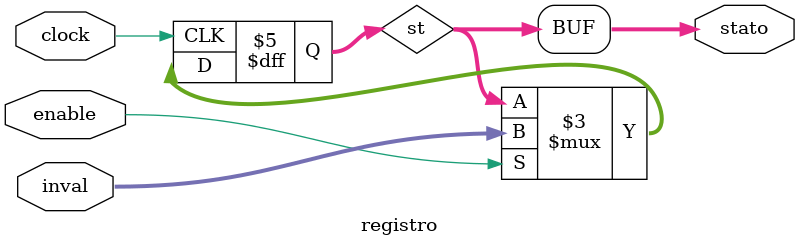
<source format=v>
module registro(output [1:N]stato, input clock, input  enable, input  [1:N]inval);

   parameter N = 2;

   reg [1:N] st;
   
   initial
     begin
	st = 0;
     end
   
   always @(posedge clock)
     begin
	if(enable) 
	  st <= inval;
     end

   assign
     #1 stato = st;
   
endmodule

</source>
